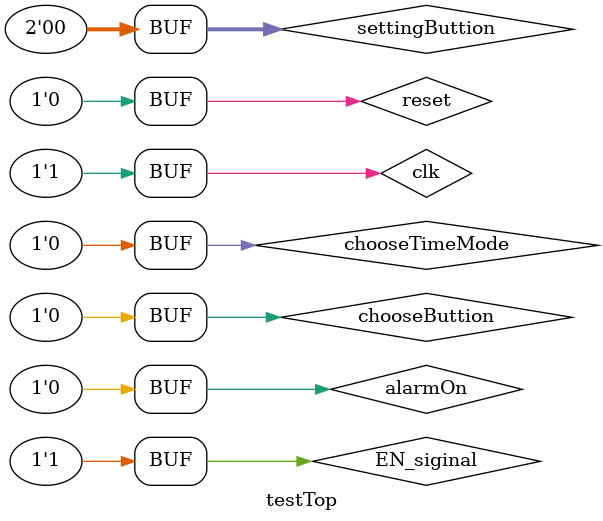
<source format=v>
`timescale 1ns / 1ps


module testTop;

	// Inputs
	reg clk;
	reg reset;
	reg EN_siginal;
	reg [1:0] settingButtion;
	reg chooseButtion;
	reg alarmOn;
	reg chooseTimeMode;

	// Outputs
	wire alarm_light;
	wire time_light;
	wire BaoshiLight;
	wire [7:0] seg_out;
	wire [7:0] an;
	parameter period = 10;
	// Instantiate the Unit Under Test (UUT)
	top_module uut (
		.clk(clk), 
		.reset(reset), 
		.EN_siginal(EN_siginal), 
		.settingButtion(settingButtion), 
		.chooseButtion(chooseButtion), 
		.alarmOn(alarmOn), 
		.chooseTimeMode(chooseTimeMode), 
		.alarm_light(alarm_light), 
		.time_light(time_light), 
		.BaoshiLight(BaoshiLight), 
		.seg_out(seg_out), 
		.an(an)
	);
	always begin
		clk = 1'b0;
		#(period/2) clk = 1'b1;
		#(period/2);
	end
	initial begin
		// Initialize Inputs
		clk = 0;
		reset = 0;
		EN_siginal = 0;
		settingButtion = 0;
		chooseButtion = 0;
		alarmOn = 0;
		chooseTimeMode = 0;

		// Wait 100 ns for global reset to finish
		#100;
        EN_siginal = 1;
		settingButtion[1] = 1;
		
		#500;
		settingButtion[1] = 0;
		// Add stimulus here

	end
      
endmodule


</source>
